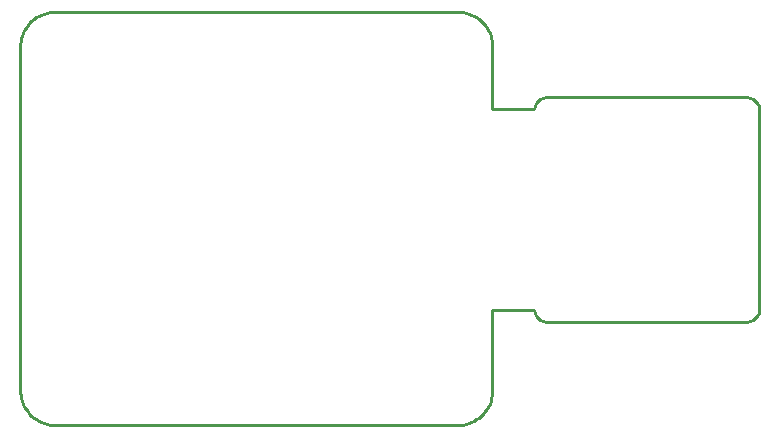
<source format=gm1>
G04*
G04 #@! TF.GenerationSoftware,Altium Limited,Altium Designer,20.0.2 (26)*
G04*
G04 Layer_Color=16711935*
%FSLAX25Y25*%
%MOIN*%
G70*
G01*
G75*
%ADD10C,0.01000*%
G54D10*
X-25811Y-34500D02*
X-24836Y-34460D01*
X-23867Y-34339D01*
X-22912Y-34139D01*
X-21976Y-33860D01*
X-21067Y-33505D01*
X-20190Y-33077D01*
X-19351Y-32577D01*
X-18556Y-32010D01*
X-17812Y-31379D01*
X-17121Y-30688D01*
X-16490Y-29943D01*
X-15923Y-29149D01*
X-15424Y-28310D01*
X-14995Y-27433D01*
X-14640Y-26524D01*
X-14361Y-25588D01*
X-14161Y-24633D01*
X-14040Y-23664D01*
X-14000Y-22689D01*
X0Y3937D02*
X134Y2918D01*
X527Y1969D01*
X1153Y1153D01*
X1969Y527D01*
X2918Y134D01*
X3937Y0D01*
X70866D02*
X71885Y134D01*
X72835Y527D01*
X73650Y1153D01*
X74276Y1969D01*
X74669Y2918D01*
X74803Y3937D01*
Y70866D02*
X74669Y71885D01*
X74276Y72835D01*
X73650Y73650D01*
X72835Y74276D01*
X71885Y74669D01*
X70866Y74803D01*
X3937Y74803D02*
X2918Y74669D01*
X1969Y74276D01*
X1153Y73650D01*
X527Y72835D01*
X134Y71885D01*
X0Y70866D01*
X-14000Y91484D02*
X-14040Y92460D01*
X-14161Y93428D01*
X-14361Y94384D01*
X-14640Y95319D01*
X-14995Y96229D01*
X-15424Y97106D01*
X-15923Y97944D01*
X-16490Y98739D01*
X-17121Y99484D01*
X-17812Y100174D01*
X-18556Y100805D01*
X-19351Y101372D01*
X-20190Y101872D01*
X-21067Y102301D01*
X-21976Y102655D01*
X-22912Y102934D01*
X-23867Y103134D01*
X-24836Y103255D01*
X-25811Y103295D01*
X-159669D02*
X-160645Y103255D01*
X-161613Y103134D01*
X-162569Y102934D01*
X-163504Y102655D01*
X-164414Y102301D01*
X-165291Y101872D01*
X-166129Y101372D01*
X-166924Y100805D01*
X-167669Y100174D01*
X-168359Y99484D01*
X-168990Y98739D01*
X-169557Y97944D01*
X-170057Y97106D01*
X-170485Y96229D01*
X-170840Y95319D01*
X-171119Y94384D01*
X-171319Y93428D01*
X-171440Y92460D01*
X-171480Y91484D01*
Y-22689D02*
X-171440Y-23664D01*
X-171319Y-24633D01*
X-171119Y-25588D01*
X-170840Y-26524D01*
X-170485Y-27433D01*
X-170057Y-28310D01*
X-169557Y-29149D01*
X-168990Y-29943D01*
X-168359Y-30688D01*
X-167669Y-31379D01*
X-166924Y-32010D01*
X-166129Y-32577D01*
X-165291Y-33077D01*
X-164414Y-33505D01*
X-163504Y-33860D01*
X-162569Y-34139D01*
X-161613Y-34339D01*
X-160645Y-34460D01*
X-159669Y-34500D01*
X-25811D01*
X-14000Y-22689D02*
Y3937D01*
X0D01*
X3937Y0D02*
X70866D01*
X74803Y3937D02*
Y70866D01*
X3937Y74803D02*
X70866D01*
X3937Y74803D02*
X3937Y74803D01*
X-14000Y70866D02*
X0D01*
X-14000D02*
Y91484D01*
X-159669Y103295D02*
X-25811D01*
X-171480Y-22689D02*
Y91484D01*
M02*

</source>
